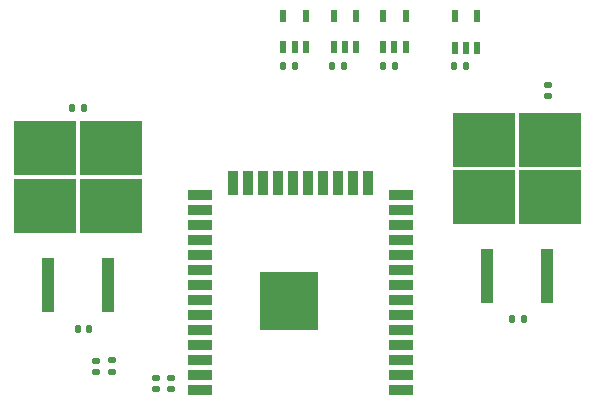
<source format=gbr>
%TF.GenerationSoftware,KiCad,Pcbnew,(6.0.0-0)*%
%TF.CreationDate,2022-04-22T00:51:05+02:00*%
%TF.ProjectId,ProtoBoard,50726f74-6f42-46f6-9172-642e6b696361,rev?*%
%TF.SameCoordinates,Original*%
%TF.FileFunction,Paste,Bot*%
%TF.FilePolarity,Positive*%
%FSLAX46Y46*%
G04 Gerber Fmt 4.6, Leading zero omitted, Abs format (unit mm)*
G04 Created by KiCad (PCBNEW (6.0.0-0)) date 2022-04-22 00:51:05*
%MOMM*%
%LPD*%
G01*
G04 APERTURE LIST*
G04 Aperture macros list*
%AMRoundRect*
0 Rectangle with rounded corners*
0 $1 Rounding radius*
0 $2 $3 $4 $5 $6 $7 $8 $9 X,Y pos of 4 corners*
0 Add a 4 corners polygon primitive as box body*
4,1,4,$2,$3,$4,$5,$6,$7,$8,$9,$2,$3,0*
0 Add four circle primitives for the rounded corners*
1,1,$1+$1,$2,$3*
1,1,$1+$1,$4,$5*
1,1,$1+$1,$6,$7*
1,1,$1+$1,$8,$9*
0 Add four rect primitives between the rounded corners*
20,1,$1+$1,$2,$3,$4,$5,0*
20,1,$1+$1,$4,$5,$6,$7,0*
20,1,$1+$1,$6,$7,$8,$9,0*
20,1,$1+$1,$8,$9,$2,$3,0*%
G04 Aperture macros list end*
%ADD10RoundRect,0.140000X-0.140000X-0.170000X0.140000X-0.170000X0.140000X0.170000X-0.140000X0.170000X0*%
%ADD11R,2.000000X0.900000*%
%ADD12R,0.900000X2.000000*%
%ADD13R,5.000000X5.000000*%
%ADD14RoundRect,0.140000X-0.170000X0.140000X-0.170000X-0.140000X0.170000X-0.140000X0.170000X0.140000X0*%
%ADD15RoundRect,0.135000X0.135000X0.185000X-0.135000X0.185000X-0.135000X-0.185000X0.135000X-0.185000X0*%
%ADD16R,0.508000X1.003300*%
%ADD17RoundRect,0.140000X0.170000X-0.140000X0.170000X0.140000X-0.170000X0.140000X-0.170000X-0.140000X0*%
%ADD18RoundRect,0.135000X0.185000X-0.135000X0.185000X0.135000X-0.185000X0.135000X-0.185000X-0.135000X0*%
%ADD19R,5.250000X4.550000*%
%ADD20R,1.100000X4.600000*%
%ADD21RoundRect,0.140000X0.140000X0.170000X-0.140000X0.170000X-0.140000X-0.170000X0.140000X-0.170000X0*%
G04 APERTURE END LIST*
D10*
%TO.C,C6*%
X64370000Y-88350000D03*
X65330000Y-88350000D03*
%TD*%
D11*
%TO.C,U1*%
X74750000Y-93505000D03*
X74750000Y-92235000D03*
X74750000Y-90965000D03*
X74750000Y-89695000D03*
X74750000Y-88425000D03*
X74750000Y-87155000D03*
X74750000Y-85885000D03*
X74750000Y-84615000D03*
X74750000Y-83345000D03*
X74750000Y-82075000D03*
X74750000Y-80805000D03*
X74750000Y-79535000D03*
X74750000Y-78265000D03*
X74750000Y-76995000D03*
D12*
X77535000Y-75995000D03*
X78805000Y-75995000D03*
X80075000Y-75995000D03*
X81345000Y-75995000D03*
X82615000Y-75995000D03*
X83885000Y-75995000D03*
X85155000Y-75995000D03*
X86425000Y-75995000D03*
X87695000Y-75995000D03*
X88965000Y-75995000D03*
D11*
X91750000Y-76995000D03*
X91750000Y-78265000D03*
X91750000Y-79535000D03*
X91750000Y-80805000D03*
X91750000Y-82075000D03*
X91750000Y-83345000D03*
X91750000Y-84615000D03*
X91750000Y-85885000D03*
X91750000Y-87155000D03*
X91750000Y-88425000D03*
X91750000Y-89695000D03*
X91750000Y-90965000D03*
X91750000Y-92235000D03*
X91750000Y-93505000D03*
D13*
X82250000Y-86005000D03*
%TD*%
D14*
%TO.C,C4*%
X71050000Y-92470000D03*
X71050000Y-93430000D03*
%TD*%
D10*
%TO.C,C8*%
X101170000Y-87500000D03*
X102130000Y-87500000D03*
%TD*%
D15*
%TO.C,R10*%
X86960000Y-66050000D03*
X85940000Y-66050000D03*
%TD*%
D14*
%TO.C,C3*%
X72250000Y-92470000D03*
X72250000Y-93430000D03*
%TD*%
D16*
%TO.C,U8*%
X87950001Y-64502550D03*
X87000000Y-64502550D03*
X86049999Y-64502550D03*
X86049999Y-61797450D03*
X87950001Y-61797450D03*
%TD*%
D17*
%TO.C,C9*%
X104200000Y-68600000D03*
X104200000Y-67640000D03*
%TD*%
D15*
%TO.C,R12*%
X91210000Y-66100000D03*
X90190000Y-66100000D03*
%TD*%
D16*
%TO.C,U10*%
X92150001Y-64502550D03*
X91200000Y-64502550D03*
X90249999Y-64502550D03*
X90249999Y-61797450D03*
X92150001Y-61797450D03*
%TD*%
%TO.C,U9*%
X83700001Y-64502550D03*
X82750000Y-64502550D03*
X81799999Y-64502550D03*
X81799999Y-61797450D03*
X83700001Y-61797450D03*
%TD*%
D18*
%TO.C,R8*%
X67300000Y-92010000D03*
X67300000Y-90990000D03*
%TD*%
D15*
%TO.C,R11*%
X82760000Y-66050000D03*
X81740000Y-66050000D03*
%TD*%
D19*
%TO.C,U6*%
X98775000Y-72300000D03*
X104325000Y-72300000D03*
X104325000Y-77150000D03*
X98775000Y-77150000D03*
D20*
X104090000Y-83875000D03*
X99010000Y-83875000D03*
%TD*%
D17*
%TO.C,C2*%
X65900000Y-91980000D03*
X65900000Y-91020000D03*
%TD*%
D19*
%TO.C,U3*%
X61625000Y-77900000D03*
X61625000Y-73050000D03*
X67175000Y-73050000D03*
X67175000Y-77900000D03*
D20*
X66940000Y-84625000D03*
X61860000Y-84625000D03*
%TD*%
D21*
%TO.C,C7*%
X64880000Y-69650000D03*
X63920000Y-69650000D03*
%TD*%
D15*
%TO.C,R9*%
X97260000Y-66050000D03*
X96240000Y-66050000D03*
%TD*%
D16*
%TO.C,U7*%
X98200001Y-64552550D03*
X97250000Y-64552550D03*
X96299999Y-64552550D03*
X96299999Y-61847450D03*
X98200001Y-61847450D03*
%TD*%
M02*

</source>
